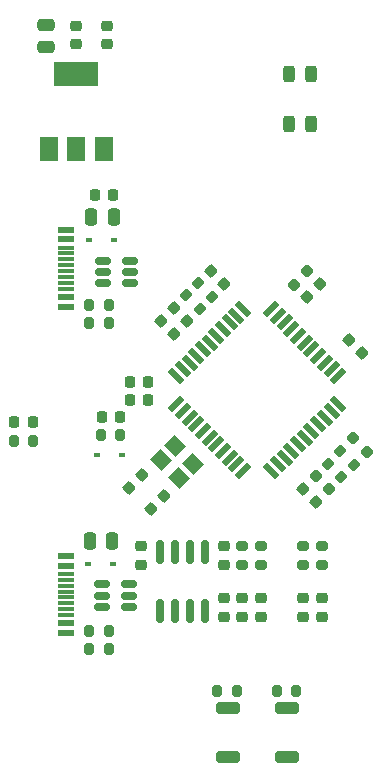
<source format=gbr>
%TF.GenerationSoftware,KiCad,Pcbnew,(6.0.9)*%
%TF.CreationDate,2022-12-20T19:16:25+10:00*%
%TF.ProjectId,OpenRetroPad,4f70656e-5265-4747-926f-5061642e6b69,rev?*%
%TF.SameCoordinates,Original*%
%TF.FileFunction,Paste,Top*%
%TF.FilePolarity,Positive*%
%FSLAX46Y46*%
G04 Gerber Fmt 4.6, Leading zero omitted, Abs format (unit mm)*
G04 Created by KiCad (PCBNEW (6.0.9)) date 2022-12-20 19:16:25*
%MOMM*%
%LPD*%
G01*
G04 APERTURE LIST*
G04 Aperture macros list*
%AMRoundRect*
0 Rectangle with rounded corners*
0 $1 Rounding radius*
0 $2 $3 $4 $5 $6 $7 $8 $9 X,Y pos of 4 corners*
0 Add a 4 corners polygon primitive as box body*
4,1,4,$2,$3,$4,$5,$6,$7,$8,$9,$2,$3,0*
0 Add four circle primitives for the rounded corners*
1,1,$1+$1,$2,$3*
1,1,$1+$1,$4,$5*
1,1,$1+$1,$6,$7*
1,1,$1+$1,$8,$9*
0 Add four rect primitives between the rounded corners*
20,1,$1+$1,$2,$3,$4,$5,0*
20,1,$1+$1,$4,$5,$6,$7,0*
20,1,$1+$1,$6,$7,$8,$9,0*
20,1,$1+$1,$8,$9,$2,$3,0*%
%AMRotRect*
0 Rectangle, with rotation*
0 The origin of the aperture is its center*
0 $1 length*
0 $2 width*
0 $3 Rotation angle, in degrees counterclockwise*
0 Add horizontal line*
21,1,$1,$2,0,0,$3*%
G04 Aperture macros list end*
%ADD10RoundRect,0.225000X-0.250000X0.225000X-0.250000X-0.225000X0.250000X-0.225000X0.250000X0.225000X0*%
%ADD11RoundRect,0.150000X-0.512500X-0.150000X0.512500X-0.150000X0.512500X0.150000X-0.512500X0.150000X0*%
%ADD12R,0.600000X0.450000*%
%ADD13RoundRect,0.200000X0.200000X0.275000X-0.200000X0.275000X-0.200000X-0.275000X0.200000X-0.275000X0*%
%ADD14RoundRect,0.225000X0.225000X0.250000X-0.225000X0.250000X-0.225000X-0.250000X0.225000X-0.250000X0*%
%ADD15RoundRect,0.243750X0.243750X0.456250X-0.243750X0.456250X-0.243750X-0.456250X0.243750X-0.456250X0*%
%ADD16RoundRect,0.225000X0.335876X0.017678X0.017678X0.335876X-0.335876X-0.017678X-0.017678X-0.335876X0*%
%ADD17RoundRect,0.200000X-0.200000X-0.275000X0.200000X-0.275000X0.200000X0.275000X-0.200000X0.275000X0*%
%ADD18RoundRect,0.225000X-0.335876X-0.017678X-0.017678X-0.335876X0.335876X0.017678X0.017678X0.335876X0*%
%ADD19RoundRect,0.225000X-0.225000X-0.250000X0.225000X-0.250000X0.225000X0.250000X-0.225000X0.250000X0*%
%ADD20RoundRect,0.200000X0.275000X-0.200000X0.275000X0.200000X-0.275000X0.200000X-0.275000X-0.200000X0*%
%ADD21RoundRect,0.218750X0.256250X-0.218750X0.256250X0.218750X-0.256250X0.218750X-0.256250X-0.218750X0*%
%ADD22RoundRect,0.225000X0.250000X-0.225000X0.250000X0.225000X-0.250000X0.225000X-0.250000X-0.225000X0*%
%ADD23RoundRect,0.150000X0.150000X-0.825000X0.150000X0.825000X-0.150000X0.825000X-0.150000X-0.825000X0*%
%ADD24R,1.500000X2.000000*%
%ADD25R,3.800000X2.000000*%
%ADD26RoundRect,0.225000X-0.017678X0.335876X-0.335876X0.017678X0.017678X-0.335876X0.335876X-0.017678X0*%
%ADD27RoundRect,0.218750X-0.256250X0.218750X-0.256250X-0.218750X0.256250X-0.218750X0.256250X0.218750X0*%
%ADD28RoundRect,0.218750X-0.335876X-0.026517X-0.026517X-0.335876X0.335876X0.026517X0.026517X0.335876X0*%
%ADD29RoundRect,0.200000X0.335876X0.053033X0.053033X0.335876X-0.335876X-0.053033X-0.053033X-0.335876X0*%
%ADD30RoundRect,0.218750X0.335876X0.026517X0.026517X0.335876X-0.335876X-0.026517X-0.026517X-0.335876X0*%
%ADD31RoundRect,0.250000X-0.250000X-0.475000X0.250000X-0.475000X0.250000X0.475000X-0.250000X0.475000X0*%
%ADD32RoundRect,0.218750X0.026517X-0.335876X0.335876X-0.026517X-0.026517X0.335876X-0.335876X0.026517X0*%
%ADD33R,1.450000X0.600000*%
%ADD34R,1.450000X0.300000*%
%ADD35RotRect,1.500000X0.550000X315.000000*%
%ADD36RotRect,1.500000X0.550000X45.000000*%
%ADD37RoundRect,0.200000X-0.335876X-0.053033X-0.053033X-0.335876X0.335876X0.053033X0.053033X0.335876X0*%
%ADD38RoundRect,0.218750X0.218750X0.256250X-0.218750X0.256250X-0.218750X-0.256250X0.218750X-0.256250X0*%
%ADD39RoundRect,0.250000X-0.475000X0.250000X-0.475000X-0.250000X0.475000X-0.250000X0.475000X0.250000X0*%
%ADD40RotRect,1.400000X1.200000X135.000000*%
%ADD41RoundRect,0.250000X-0.750000X0.250000X-0.750000X-0.250000X0.750000X-0.250000X0.750000X0.250000X0*%
G04 APERTURE END LIST*
D10*
%TO.C,C5*%
X5300000Y-5175000D03*
X5300000Y-6725000D03*
%TD*%
D11*
%TO.C,U4*%
X4962500Y-25050000D03*
X4962500Y-26000000D03*
X4962500Y-26950000D03*
X7237500Y-26950000D03*
X7237500Y-26000000D03*
X7237500Y-25050000D03*
%TD*%
D12*
%TO.C,D9*%
X5800000Y-50700000D03*
X3700000Y-50700000D03*
%TD*%
D13*
%TO.C,R16*%
X16275000Y-61450000D03*
X14625000Y-61450000D03*
%TD*%
D14*
%TO.C,C19*%
X6375000Y-38300000D03*
X4825000Y-38300000D03*
%TD*%
D15*
%TO.C,F2*%
X22537500Y-13450000D03*
X20662500Y-13450000D03*
%TD*%
D16*
%TO.C,C10*%
X22998008Y-45448008D03*
X21901992Y-44351992D03*
%TD*%
D17*
%TO.C,R11*%
X4775000Y-39800000D03*
X6425000Y-39800000D03*
%TD*%
D18*
%TO.C,C9*%
X14112652Y-25891332D03*
X15208668Y-26987348D03*
%TD*%
D19*
%TO.C,C7*%
X7225000Y-35300000D03*
X8775000Y-35300000D03*
%TD*%
D20*
%TO.C,R7*%
X16700000Y-50825000D03*
X16700000Y-49175000D03*
%TD*%
D21*
%TO.C,D8*%
X23500000Y-55187500D03*
X23500000Y-53612500D03*
%TD*%
D22*
%TO.C,C15*%
X15200000Y-50775000D03*
X15200000Y-49225000D03*
%TD*%
D18*
%TO.C,C20*%
X25751992Y-31751992D03*
X26848008Y-32848008D03*
%TD*%
D17*
%TO.C,R9*%
X19675000Y-61450000D03*
X21325000Y-61450000D03*
%TD*%
D13*
%TO.C,R4*%
X5425000Y-57900000D03*
X3775000Y-57900000D03*
%TD*%
D17*
%TO.C,R1*%
X3775000Y-28800000D03*
X5425000Y-28800000D03*
%TD*%
D18*
%TO.C,C13*%
X9870011Y-30133973D03*
X10966027Y-31229989D03*
%TD*%
D11*
%TO.C,U5*%
X4862500Y-52450000D03*
X4862500Y-53400000D03*
X4862500Y-54350000D03*
X7137500Y-54350000D03*
X7137500Y-53400000D03*
X7137500Y-52450000D03*
%TD*%
D20*
%TO.C,R8*%
X18300000Y-50825000D03*
X18300000Y-49175000D03*
%TD*%
D23*
%TO.C,U3*%
X9795000Y-54675000D03*
X11065000Y-54675000D03*
X12335000Y-54675000D03*
X13605000Y-54675000D03*
X13605000Y-49725000D03*
X12335000Y-49725000D03*
X11065000Y-49725000D03*
X9795000Y-49725000D03*
%TD*%
D24*
%TO.C,U1*%
X400000Y-15550000D03*
X2700000Y-15550000D03*
D25*
X2700000Y-9250000D03*
D24*
X5000000Y-15550000D03*
%TD*%
D26*
%TO.C,C11*%
X10121664Y-45000000D03*
X9025648Y-46096016D03*
%TD*%
D18*
%TO.C,C14*%
X10930671Y-29073313D03*
X12026687Y-30169329D03*
%TD*%
D27*
%TO.C,D3*%
X18300000Y-53612500D03*
X18300000Y-55187500D03*
%TD*%
D26*
%TO.C,C18*%
X23300000Y-27000000D03*
X22203984Y-28096016D03*
%TD*%
D28*
%TO.C,FB3*%
X22943153Y-43293153D03*
X24056847Y-44406847D03*
%TD*%
D29*
%TO.C,R6*%
X14183363Y-28083363D03*
X13016637Y-26916637D03*
%TD*%
%TO.C,R10*%
X26183363Y-42333363D03*
X25016637Y-41166637D03*
%TD*%
D26*
%TO.C,C12*%
X8283188Y-43161525D03*
X7187172Y-44257541D03*
%TD*%
D30*
%TO.C,D4*%
X27256847Y-41206847D03*
X26143153Y-40093153D03*
%TD*%
D31*
%TO.C,C6*%
X3850000Y-48750000D03*
X5750000Y-48750000D03*
%TD*%
D32*
%TO.C,FB4*%
X21143153Y-27056847D03*
X22256847Y-25943153D03*
%TD*%
D13*
%TO.C,R2*%
X5425000Y-30300000D03*
X3775000Y-30300000D03*
%TD*%
D29*
%TO.C,R5*%
X13122702Y-29144024D03*
X11955976Y-27977298D03*
%TD*%
D33*
%TO.C,J1*%
X1845000Y-22430000D03*
X1845000Y-23230000D03*
D34*
X1845000Y-24430000D03*
X1845000Y-25430000D03*
X1845000Y-25930000D03*
X1845000Y-26930000D03*
D33*
X1845000Y-28130000D03*
X1845000Y-28930000D03*
X1845000Y-28930000D03*
X1845000Y-28130000D03*
D34*
X1845000Y-27430000D03*
X1845000Y-26430000D03*
X1845000Y-24930000D03*
X1845000Y-23930000D03*
D33*
X1845000Y-23230000D03*
X1845000Y-22430000D03*
%TD*%
D10*
%TO.C,C4*%
X2700000Y-5175000D03*
X2700000Y-6725000D03*
%TD*%
D35*
%TO.C,U2*%
X16797918Y-29141064D03*
X16232233Y-29706750D03*
X15666548Y-30272435D03*
X15100862Y-30838120D03*
X14535177Y-31403806D03*
X13969491Y-31969491D03*
X13403806Y-32535177D03*
X12838120Y-33100862D03*
X12272435Y-33666548D03*
X11706750Y-34232233D03*
X11141064Y-34797918D03*
D36*
X11141064Y-37202082D03*
X11706750Y-37767767D03*
X12272435Y-38333452D03*
X12838120Y-38899138D03*
X13403806Y-39464823D03*
X13969491Y-40030509D03*
X14535177Y-40596194D03*
X15100862Y-41161880D03*
X15666548Y-41727565D03*
X16232233Y-42293250D03*
X16797918Y-42858936D03*
D35*
X19202082Y-42858936D03*
X19767767Y-42293250D03*
X20333452Y-41727565D03*
X20899138Y-41161880D03*
X21464823Y-40596194D03*
X22030509Y-40030509D03*
X22596194Y-39464823D03*
X23161880Y-38899138D03*
X23727565Y-38333452D03*
X24293250Y-37767767D03*
X24858936Y-37202082D03*
D36*
X24858936Y-34797918D03*
X24293250Y-34232233D03*
X23727565Y-33666548D03*
X23161880Y-33100862D03*
X22596194Y-32535177D03*
X22030509Y-31969491D03*
X21464823Y-31403806D03*
X20899138Y-30838120D03*
X20333452Y-30272435D03*
X19767767Y-29706750D03*
X19202082Y-29141064D03*
%TD*%
D12*
%TO.C,D1*%
X5850000Y-23250000D03*
X3750000Y-23250000D03*
%TD*%
D13*
%TO.C,R13*%
X-953000Y-40276000D03*
X-2603000Y-40276000D03*
%TD*%
D19*
%TO.C,C8*%
X7225000Y-36800000D03*
X8775000Y-36800000D03*
%TD*%
D12*
%TO.C,D5*%
X4450000Y-41500000D03*
X6550000Y-41500000D03*
%TD*%
D37*
%TO.C,R12*%
X23966637Y-42216637D03*
X25133363Y-43383363D03*
%TD*%
D17*
%TO.C,R3*%
X3775000Y-56400000D03*
X5425000Y-56400000D03*
%TD*%
D15*
%TO.C,F1*%
X22537500Y-9250000D03*
X20662500Y-9250000D03*
%TD*%
D20*
%TO.C,R15*%
X23500000Y-50825000D03*
X23500000Y-49175000D03*
%TD*%
D33*
%TO.C,J2*%
X1845000Y-50050000D03*
X1845000Y-50850000D03*
D34*
X1845000Y-52050000D03*
X1845000Y-53050000D03*
X1845000Y-53550000D03*
X1845000Y-54550000D03*
D33*
X1845000Y-55750000D03*
X1845000Y-56550000D03*
X1845000Y-56550000D03*
X1845000Y-55750000D03*
D34*
X1845000Y-55050000D03*
X1845000Y-54050000D03*
X1845000Y-52550000D03*
X1845000Y-51550000D03*
D33*
X1845000Y-50850000D03*
X1845000Y-50050000D03*
%TD*%
D20*
%TO.C,R14*%
X21900000Y-50825000D03*
X21900000Y-49175000D03*
%TD*%
D38*
%TO.C,D6*%
X-990500Y-38676000D03*
X-2565500Y-38676000D03*
%TD*%
D21*
%TO.C,D7*%
X21900000Y-55187500D03*
X21900000Y-53612500D03*
%TD*%
D39*
%TO.C,C3*%
X100000Y-5050000D03*
X100000Y-6950000D03*
%TD*%
D40*
%TO.C,Y1*%
X12578858Y-42259962D03*
X11023223Y-40704327D03*
X9821142Y-41906408D03*
X11376777Y-43462043D03*
%TD*%
D22*
%TO.C,C17*%
X15200000Y-55175000D03*
X15200000Y-53625000D03*
%TD*%
D19*
%TO.C,C2*%
X4275000Y-19500000D03*
X5825000Y-19500000D03*
%TD*%
D41*
%TO.C,SW2*%
X15500000Y-62900000D03*
X15500000Y-67100000D03*
%TD*%
D27*
%TO.C,D2*%
X16700000Y-53612500D03*
X16700000Y-55187500D03*
%TD*%
D41*
%TO.C,SW1*%
X20500000Y-62900000D03*
X20500000Y-67100000D03*
%TD*%
D31*
%TO.C,C1*%
X3950000Y-21300000D03*
X5850000Y-21300000D03*
%TD*%
D22*
%TO.C,C16*%
X8200000Y-50775000D03*
X8200000Y-49225000D03*
%TD*%
M02*

</source>
